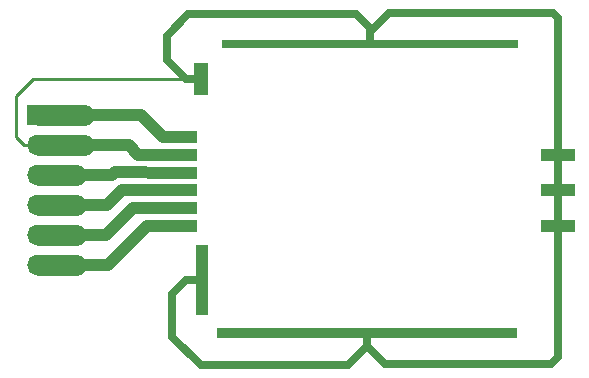
<source format=gbr>
G04 #@! TF.FileFunction,Copper,L1,Top,Signal*
%FSLAX46Y46*%
G04 Gerber Fmt 4.6, Leading zero omitted, Abs format (unit mm)*
G04 Created by KiCad (PCBNEW 4.0.2+e4-6225~38~ubuntu16.04.1-stable) date Thu 28 Jul 2016 06:37:42 PM PDT*
%MOMM*%
G01*
G04 APERTURE LIST*
%ADD10C,0.100000*%
%ADD11R,2.032000X1.727200*%
%ADD12O,2.032000X1.727200*%
%ADD13R,25.488900X0.939800*%
%ADD14R,25.146000X0.762000*%
%ADD15R,1.041400X5.994400*%
%ADD16R,1.193800X2.819900*%
%ADD17R,3.000000X1.000000*%
%ADD18C,1.016000*%
%ADD19C,1.778000*%
%ADD20C,0.635000*%
%ADD21C,0.254000*%
G04 APERTURE END LIST*
D10*
D11*
X147320000Y-106680000D03*
D12*
X147320000Y-109220000D03*
X147320000Y-111760000D03*
X147320000Y-114300000D03*
X147320000Y-116840000D03*
X147320000Y-119380000D03*
D13*
X175102550Y-125102900D03*
D14*
X175373000Y-100614200D03*
D15*
X161161700Y-120645200D03*
D16*
X161060100Y-103624350D03*
D17*
X159260000Y-116050000D03*
X159260000Y-114540000D03*
X159260000Y-113030000D03*
X159260000Y-111520000D03*
X159260000Y-110010000D03*
X159260000Y-108500000D03*
X191260000Y-110030000D03*
X191260000Y-116030000D03*
X191260000Y-113030000D03*
D18*
X159260000Y-116050000D02*
X156517400Y-116050000D01*
X153187400Y-119380000D02*
X150495000Y-119380000D01*
X156517400Y-116050000D02*
X153187400Y-119380000D01*
D19*
X150495000Y-119380000D02*
X147320000Y-119380000D01*
D18*
X159260000Y-114540000D02*
X155335000Y-114540000D01*
X153035000Y-116840000D02*
X150495000Y-116840000D01*
X155335000Y-114540000D02*
X153035000Y-116840000D01*
D20*
X159260000Y-114540000D02*
X159246000Y-114554000D01*
D19*
X150495000Y-116840000D02*
X147320000Y-116840000D01*
D21*
X147320000Y-109220000D02*
X146050000Y-109220000D01*
X146050000Y-109220000D02*
X145364199Y-108534199D01*
X145364199Y-108534199D02*
X145364199Y-105064559D01*
X145364199Y-105064559D02*
X146804408Y-103624350D01*
X146804408Y-103624350D02*
X160209200Y-103624350D01*
X160209200Y-103624350D02*
X161060100Y-103624350D01*
D19*
X151130000Y-109220000D02*
X147320000Y-109220000D01*
D20*
X158630000Y-121830000D02*
X159814800Y-120645200D01*
X159814800Y-120645200D02*
X161161700Y-120645200D01*
X158630000Y-125410000D02*
X158630000Y-121830000D01*
X161050000Y-127830000D02*
X158630000Y-125410000D01*
X173480350Y-127830000D02*
X161050000Y-127830000D01*
X175102550Y-126207800D02*
X173480350Y-127830000D01*
X191260000Y-116030000D02*
X191260000Y-127170000D01*
X191260000Y-127170000D02*
X190700000Y-127730000D01*
X190700000Y-127730000D02*
X176624750Y-127730000D01*
X176624750Y-127730000D02*
X175102550Y-126207800D01*
X175102550Y-126207800D02*
X175102550Y-125102900D01*
X191260000Y-113030000D02*
X191260000Y-116030000D01*
X191260000Y-110030000D02*
X191260000Y-113030000D01*
X190860000Y-98010000D02*
X191260000Y-98410000D01*
X191260000Y-98410000D02*
X191260000Y-110030000D01*
X176961200Y-98010000D02*
X190860000Y-98010000D01*
X175373000Y-100614200D02*
X175373000Y-99598200D01*
X175373000Y-99598200D02*
X176961200Y-98010000D01*
X161060100Y-103624350D02*
X159828200Y-103624350D01*
X159828200Y-103624350D02*
X158170000Y-101966150D01*
X158170000Y-101966150D02*
X158170000Y-99920000D01*
X160000000Y-98090000D02*
X174180000Y-98090000D01*
X158170000Y-99920000D02*
X160000000Y-98090000D01*
X174180000Y-98090000D02*
X175373000Y-99283000D01*
X175373000Y-99283000D02*
X175373000Y-100614200D01*
D18*
X159260000Y-110010000D02*
X155755400Y-110010000D01*
X154965400Y-109220000D02*
X151130000Y-109220000D01*
X155755400Y-110010000D02*
X154965400Y-109220000D01*
X159260000Y-113030000D02*
X154381200Y-113030000D01*
X153111200Y-114300000D02*
X150495000Y-114300000D01*
D19*
X150495000Y-114300000D02*
X147320000Y-114300000D01*
D18*
X154381200Y-113030000D02*
X153111200Y-114300000D01*
D19*
X151130000Y-106680000D02*
X147320000Y-106680000D01*
D18*
X159260000Y-108500000D02*
X157826800Y-108500000D01*
X157826800Y-108500000D02*
X156006800Y-106680000D01*
X156006800Y-106680000D02*
X151130000Y-106680000D01*
D19*
X150495000Y-111760000D02*
X147320000Y-111760000D01*
D18*
X159260000Y-111520000D02*
X153771600Y-111506000D01*
X153531600Y-111746000D02*
X150495000Y-111760000D01*
X153771600Y-111506000D02*
X153531600Y-111746000D01*
M02*

</source>
